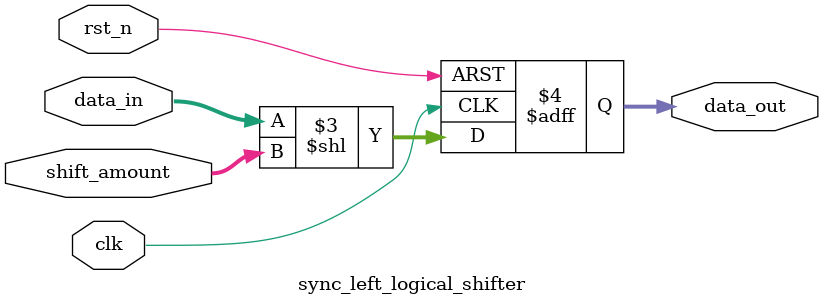
<source format=sv>
module sync_left_logical_shifter #(
    parameter DATA_WIDTH = 8,
    parameter SHIFT_WIDTH = 3
)(
    input wire clk,
    input wire rst_n,
    input wire [DATA_WIDTH-1:0] data_in,
    input wire [SHIFT_WIDTH-1:0] shift_amount,
    output reg [DATA_WIDTH-1:0] data_out
);
    // Synchronous operation with active-low reset
    always @(posedge clk or negedge rst_n) begin
        if (!rst_n)
            data_out <= {DATA_WIDTH{1'b0}}; // Clear output on reset
        else
            data_out <= data_in << shift_amount; // Left logical shift
    end
endmodule
</source>
